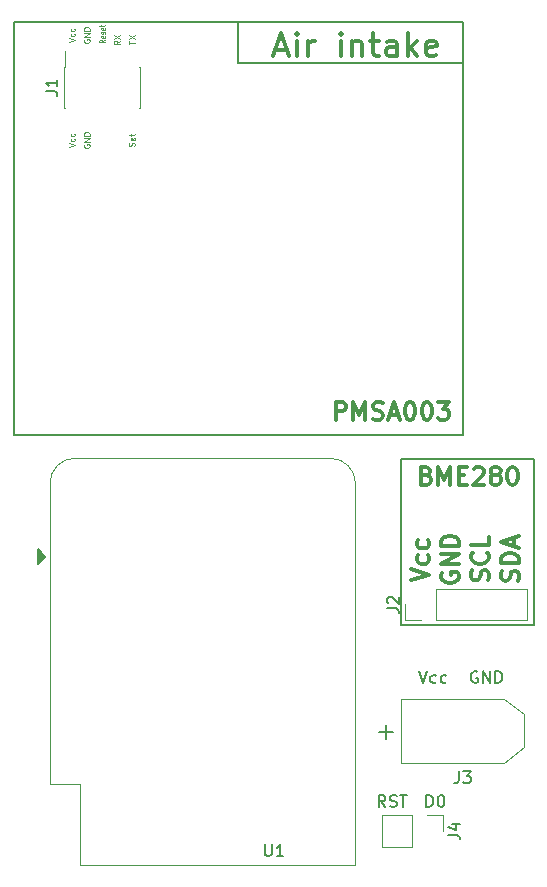
<source format=gbr>
%TF.GenerationSoftware,KiCad,Pcbnew,6.0.6-1.fc36*%
%TF.CreationDate,2022-07-27T02:29:56+02:00*%
%TF.ProjectId,breakout board,62726561-6b6f-4757-9420-626f6172642e,rev?*%
%TF.SameCoordinates,Original*%
%TF.FileFunction,Legend,Top*%
%TF.FilePolarity,Positive*%
%FSLAX46Y46*%
G04 Gerber Fmt 4.6, Leading zero omitted, Abs format (unit mm)*
G04 Created by KiCad (PCBNEW 6.0.6-1.fc36) date 2022-07-27 02:29:56*
%MOMM*%
%LPD*%
G01*
G04 APERTURE LIST*
%ADD10C,0.150000*%
%ADD11C,0.100000*%
%ADD12C,0.300000*%
%ADD13C,0.120000*%
G04 APERTURE END LIST*
D10*
X126452380Y-108452380D02*
X126119047Y-107976190D01*
X125880952Y-108452380D02*
X125880952Y-107452380D01*
X126261904Y-107452380D01*
X126357142Y-107500000D01*
X126404761Y-107547619D01*
X126452380Y-107642857D01*
X126452380Y-107785714D01*
X126404761Y-107880952D01*
X126357142Y-107928571D01*
X126261904Y-107976190D01*
X125880952Y-107976190D01*
X126833333Y-108404761D02*
X126976190Y-108452380D01*
X127214285Y-108452380D01*
X127309523Y-108404761D01*
X127357142Y-108357142D01*
X127404761Y-108261904D01*
X127404761Y-108166666D01*
X127357142Y-108071428D01*
X127309523Y-108023809D01*
X127214285Y-107976190D01*
X127023809Y-107928571D01*
X126928571Y-107880952D01*
X126880952Y-107833333D01*
X126833333Y-107738095D01*
X126833333Y-107642857D01*
X126880952Y-107547619D01*
X126928571Y-107500000D01*
X127023809Y-107452380D01*
X127261904Y-107452380D01*
X127404761Y-107500000D01*
X127690476Y-107452380D02*
X128261904Y-107452380D01*
X127976190Y-108452380D02*
X127976190Y-107452380D01*
X129926904Y-108452380D02*
X129926904Y-107452380D01*
X130165000Y-107452380D01*
X130307857Y-107500000D01*
X130403095Y-107595238D01*
X130450714Y-107690476D01*
X130498333Y-107880952D01*
X130498333Y-108023809D01*
X130450714Y-108214285D01*
X130403095Y-108309523D01*
X130307857Y-108404761D01*
X130165000Y-108452380D01*
X129926904Y-108452380D01*
X131117380Y-107452380D02*
X131212619Y-107452380D01*
X131307857Y-107500000D01*
X131355476Y-107547619D01*
X131403095Y-107642857D01*
X131450714Y-107833333D01*
X131450714Y-108071428D01*
X131403095Y-108261904D01*
X131355476Y-108357142D01*
X131307857Y-108404761D01*
X131212619Y-108452380D01*
X131117380Y-108452380D01*
X131022142Y-108404761D01*
X130974523Y-108357142D01*
X130926904Y-108261904D01*
X130879285Y-108071428D01*
X130879285Y-107833333D01*
X130926904Y-107642857D01*
X130974523Y-107547619D01*
X131022142Y-107500000D01*
X131117380Y-107452380D01*
X134238095Y-97000000D02*
X134142857Y-96952380D01*
X134000000Y-96952380D01*
X133857142Y-97000000D01*
X133761904Y-97095238D01*
X133714285Y-97190476D01*
X133666666Y-97380952D01*
X133666666Y-97523809D01*
X133714285Y-97714285D01*
X133761904Y-97809523D01*
X133857142Y-97904761D01*
X134000000Y-97952380D01*
X134095238Y-97952380D01*
X134238095Y-97904761D01*
X134285714Y-97857142D01*
X134285714Y-97523809D01*
X134095238Y-97523809D01*
X134714285Y-97952380D02*
X134714285Y-96952380D01*
X135285714Y-97952380D01*
X135285714Y-96952380D01*
X135761904Y-97952380D02*
X135761904Y-96952380D01*
X136000000Y-96952380D01*
X136142857Y-97000000D01*
X136238095Y-97095238D01*
X136285714Y-97190476D01*
X136333333Y-97380952D01*
X136333333Y-97523809D01*
X136285714Y-97714285D01*
X136238095Y-97809523D01*
X136142857Y-97904761D01*
X136000000Y-97952380D01*
X135761904Y-97952380D01*
X129309523Y-96952380D02*
X129642857Y-97952380D01*
X129976190Y-96952380D01*
X130738095Y-97904761D02*
X130642857Y-97952380D01*
X130452380Y-97952380D01*
X130357142Y-97904761D01*
X130309523Y-97857142D01*
X130261904Y-97761904D01*
X130261904Y-97476190D01*
X130309523Y-97380952D01*
X130357142Y-97333333D01*
X130452380Y-97285714D01*
X130642857Y-97285714D01*
X130738095Y-97333333D01*
X131595238Y-97904761D02*
X131500000Y-97952380D01*
X131309523Y-97952380D01*
X131214285Y-97904761D01*
X131166666Y-97857142D01*
X131119047Y-97761904D01*
X131119047Y-97476190D01*
X131166666Y-97380952D01*
X131214285Y-97333333D01*
X131309523Y-97285714D01*
X131500000Y-97285714D01*
X131595238Y-97333333D01*
X133000000Y-42000000D02*
X114000000Y-42000000D01*
X114000000Y-42000000D02*
X114000000Y-45500000D01*
X114000000Y-45500000D02*
X133000000Y-45500000D01*
X133000000Y-45500000D02*
X133000000Y-42000000D01*
X127800000Y-93050000D02*
X139000000Y-93050000D01*
X139000000Y-93050000D02*
X139000000Y-79000000D01*
X139000000Y-79000000D02*
X127800000Y-79000000D01*
X127800000Y-79000000D02*
X127800000Y-93050000D01*
X95000000Y-77000000D02*
X133000000Y-77000000D01*
X133000000Y-77000000D02*
X133000000Y-42000000D01*
X133000000Y-42000000D02*
X95000000Y-42000000D01*
X95000000Y-42000000D02*
X95000000Y-77000000D01*
D11*
X105202380Y-52500000D02*
X105226190Y-52428571D01*
X105226190Y-52309523D01*
X105202380Y-52261904D01*
X105178571Y-52238095D01*
X105130952Y-52214285D01*
X105083333Y-52214285D01*
X105035714Y-52238095D01*
X105011904Y-52261904D01*
X104988095Y-52309523D01*
X104964285Y-52404761D01*
X104940476Y-52452380D01*
X104916666Y-52476190D01*
X104869047Y-52500000D01*
X104821428Y-52500000D01*
X104773809Y-52476190D01*
X104750000Y-52452380D01*
X104726190Y-52404761D01*
X104726190Y-52285714D01*
X104750000Y-52214285D01*
X105202380Y-51809523D02*
X105226190Y-51857142D01*
X105226190Y-51952380D01*
X105202380Y-52000000D01*
X105154761Y-52023809D01*
X104964285Y-52023809D01*
X104916666Y-52000000D01*
X104892857Y-51952380D01*
X104892857Y-51857142D01*
X104916666Y-51809523D01*
X104964285Y-51785714D01*
X105011904Y-51785714D01*
X105059523Y-52023809D01*
X104892857Y-51642857D02*
X104892857Y-51452380D01*
X104726190Y-51571428D02*
X105154761Y-51571428D01*
X105202380Y-51547619D01*
X105226190Y-51500000D01*
X105226190Y-51452380D01*
X104726190Y-43880952D02*
X104726190Y-43595238D01*
X105226190Y-43738095D02*
X104726190Y-43738095D01*
X104726190Y-43476190D02*
X105226190Y-43142857D01*
X104726190Y-43142857D02*
X105226190Y-43476190D01*
X102726190Y-43495238D02*
X102488095Y-43628571D01*
X102726190Y-43723809D02*
X102226190Y-43723809D01*
X102226190Y-43571428D01*
X102250000Y-43533333D01*
X102273809Y-43514285D01*
X102321428Y-43495238D01*
X102392857Y-43495238D01*
X102440476Y-43514285D01*
X102464285Y-43533333D01*
X102488095Y-43571428D01*
X102488095Y-43723809D01*
X102702380Y-43171428D02*
X102726190Y-43209523D01*
X102726190Y-43285714D01*
X102702380Y-43323809D01*
X102654761Y-43342857D01*
X102464285Y-43342857D01*
X102416666Y-43323809D01*
X102392857Y-43285714D01*
X102392857Y-43209523D01*
X102416666Y-43171428D01*
X102464285Y-43152380D01*
X102511904Y-43152380D01*
X102559523Y-43342857D01*
X102702380Y-43000000D02*
X102726190Y-42961904D01*
X102726190Y-42885714D01*
X102702380Y-42847619D01*
X102654761Y-42828571D01*
X102630952Y-42828571D01*
X102583333Y-42847619D01*
X102559523Y-42885714D01*
X102559523Y-42942857D01*
X102535714Y-42980952D01*
X102488095Y-43000000D01*
X102464285Y-43000000D01*
X102416666Y-42980952D01*
X102392857Y-42942857D01*
X102392857Y-42885714D01*
X102416666Y-42847619D01*
X102702380Y-42504761D02*
X102726190Y-42542857D01*
X102726190Y-42619047D01*
X102702380Y-42657142D01*
X102654761Y-42676190D01*
X102464285Y-42676190D01*
X102416666Y-42657142D01*
X102392857Y-42619047D01*
X102392857Y-42542857D01*
X102416666Y-42504761D01*
X102464285Y-42485714D01*
X102511904Y-42485714D01*
X102559523Y-42676190D01*
X102392857Y-42371428D02*
X102392857Y-42219047D01*
X102226190Y-42314285D02*
X102654761Y-42314285D01*
X102702380Y-42295238D01*
X102726190Y-42257142D01*
X102726190Y-42219047D01*
X103956190Y-43583333D02*
X103718095Y-43750000D01*
X103956190Y-43869047D02*
X103456190Y-43869047D01*
X103456190Y-43678571D01*
X103480000Y-43630952D01*
X103503809Y-43607142D01*
X103551428Y-43583333D01*
X103622857Y-43583333D01*
X103670476Y-43607142D01*
X103694285Y-43630952D01*
X103718095Y-43678571D01*
X103718095Y-43869047D01*
X103456190Y-43416666D02*
X103956190Y-43083333D01*
X103456190Y-43083333D02*
X103956190Y-43416666D01*
D12*
X137687142Y-89321428D02*
X137758571Y-89107142D01*
X137758571Y-88750000D01*
X137687142Y-88607142D01*
X137615714Y-88535714D01*
X137472857Y-88464285D01*
X137330000Y-88464285D01*
X137187142Y-88535714D01*
X137115714Y-88607142D01*
X137044285Y-88750000D01*
X136972857Y-89035714D01*
X136901428Y-89178571D01*
X136830000Y-89250000D01*
X136687142Y-89321428D01*
X136544285Y-89321428D01*
X136401428Y-89250000D01*
X136330000Y-89178571D01*
X136258571Y-89035714D01*
X136258571Y-88678571D01*
X136330000Y-88464285D01*
X137758571Y-87821428D02*
X136258571Y-87821428D01*
X136258571Y-87464285D01*
X136330000Y-87250000D01*
X136472857Y-87107142D01*
X136615714Y-87035714D01*
X136901428Y-86964285D01*
X137115714Y-86964285D01*
X137401428Y-87035714D01*
X137544285Y-87107142D01*
X137687142Y-87250000D01*
X137758571Y-87464285D01*
X137758571Y-87821428D01*
X137330000Y-86392857D02*
X137330000Y-85678571D01*
X137758571Y-86535714D02*
X136258571Y-86035714D01*
X137758571Y-85535714D01*
X135147142Y-89285714D02*
X135218571Y-89071428D01*
X135218571Y-88714285D01*
X135147142Y-88571428D01*
X135075714Y-88500000D01*
X134932857Y-88428571D01*
X134790000Y-88428571D01*
X134647142Y-88500000D01*
X134575714Y-88571428D01*
X134504285Y-88714285D01*
X134432857Y-89000000D01*
X134361428Y-89142857D01*
X134290000Y-89214285D01*
X134147142Y-89285714D01*
X134004285Y-89285714D01*
X133861428Y-89214285D01*
X133790000Y-89142857D01*
X133718571Y-89000000D01*
X133718571Y-88642857D01*
X133790000Y-88428571D01*
X135075714Y-86928571D02*
X135147142Y-87000000D01*
X135218571Y-87214285D01*
X135218571Y-87357142D01*
X135147142Y-87571428D01*
X135004285Y-87714285D01*
X134861428Y-87785714D01*
X134575714Y-87857142D01*
X134361428Y-87857142D01*
X134075714Y-87785714D01*
X133932857Y-87714285D01*
X133790000Y-87571428D01*
X133718571Y-87357142D01*
X133718571Y-87214285D01*
X133790000Y-87000000D01*
X133861428Y-86928571D01*
X135218571Y-85571428D02*
X135218571Y-86285714D01*
X133718571Y-86285714D01*
X122250000Y-75678571D02*
X122250000Y-74178571D01*
X122821428Y-74178571D01*
X122964285Y-74250000D01*
X123035714Y-74321428D01*
X123107142Y-74464285D01*
X123107142Y-74678571D01*
X123035714Y-74821428D01*
X122964285Y-74892857D01*
X122821428Y-74964285D01*
X122250000Y-74964285D01*
X123750000Y-75678571D02*
X123750000Y-74178571D01*
X124250000Y-75250000D01*
X124750000Y-74178571D01*
X124750000Y-75678571D01*
X125392857Y-75607142D02*
X125607142Y-75678571D01*
X125964285Y-75678571D01*
X126107142Y-75607142D01*
X126178571Y-75535714D01*
X126250000Y-75392857D01*
X126250000Y-75250000D01*
X126178571Y-75107142D01*
X126107142Y-75035714D01*
X125964285Y-74964285D01*
X125678571Y-74892857D01*
X125535714Y-74821428D01*
X125464285Y-74750000D01*
X125392857Y-74607142D01*
X125392857Y-74464285D01*
X125464285Y-74321428D01*
X125535714Y-74250000D01*
X125678571Y-74178571D01*
X126035714Y-74178571D01*
X126250000Y-74250000D01*
X126821428Y-75250000D02*
X127535714Y-75250000D01*
X126678571Y-75678571D02*
X127178571Y-74178571D01*
X127678571Y-75678571D01*
X128464285Y-74178571D02*
X128607142Y-74178571D01*
X128750000Y-74250000D01*
X128821428Y-74321428D01*
X128892857Y-74464285D01*
X128964285Y-74750000D01*
X128964285Y-75107142D01*
X128892857Y-75392857D01*
X128821428Y-75535714D01*
X128750000Y-75607142D01*
X128607142Y-75678571D01*
X128464285Y-75678571D01*
X128321428Y-75607142D01*
X128250000Y-75535714D01*
X128178571Y-75392857D01*
X128107142Y-75107142D01*
X128107142Y-74750000D01*
X128178571Y-74464285D01*
X128250000Y-74321428D01*
X128321428Y-74250000D01*
X128464285Y-74178571D01*
X129892857Y-74178571D02*
X130035714Y-74178571D01*
X130178571Y-74250000D01*
X130250000Y-74321428D01*
X130321428Y-74464285D01*
X130392857Y-74750000D01*
X130392857Y-75107142D01*
X130321428Y-75392857D01*
X130250000Y-75535714D01*
X130178571Y-75607142D01*
X130035714Y-75678571D01*
X129892857Y-75678571D01*
X129750000Y-75607142D01*
X129678571Y-75535714D01*
X129607142Y-75392857D01*
X129535714Y-75107142D01*
X129535714Y-74750000D01*
X129607142Y-74464285D01*
X129678571Y-74321428D01*
X129750000Y-74250000D01*
X129892857Y-74178571D01*
X130892857Y-74178571D02*
X131821428Y-74178571D01*
X131321428Y-74750000D01*
X131535714Y-74750000D01*
X131678571Y-74821428D01*
X131750000Y-74892857D01*
X131821428Y-75035714D01*
X131821428Y-75392857D01*
X131750000Y-75535714D01*
X131678571Y-75607142D01*
X131535714Y-75678571D01*
X131107142Y-75678571D01*
X130964285Y-75607142D01*
X130892857Y-75535714D01*
X128638571Y-89285714D02*
X130138571Y-88785714D01*
X128638571Y-88285714D01*
X130067142Y-87142857D02*
X130138571Y-87285714D01*
X130138571Y-87571428D01*
X130067142Y-87714285D01*
X129995714Y-87785714D01*
X129852857Y-87857142D01*
X129424285Y-87857142D01*
X129281428Y-87785714D01*
X129210000Y-87714285D01*
X129138571Y-87571428D01*
X129138571Y-87285714D01*
X129210000Y-87142857D01*
X130067142Y-85857142D02*
X130138571Y-86000000D01*
X130138571Y-86285714D01*
X130067142Y-86428571D01*
X129995714Y-86500000D01*
X129852857Y-86571428D01*
X129424285Y-86571428D01*
X129281428Y-86500000D01*
X129210000Y-86428571D01*
X129138571Y-86285714D01*
X129138571Y-86000000D01*
X129210000Y-85857142D01*
D11*
X100940000Y-43485952D02*
X100916190Y-43533571D01*
X100916190Y-43605000D01*
X100940000Y-43676428D01*
X100987619Y-43724047D01*
X101035238Y-43747857D01*
X101130476Y-43771666D01*
X101201904Y-43771666D01*
X101297142Y-43747857D01*
X101344761Y-43724047D01*
X101392380Y-43676428D01*
X101416190Y-43605000D01*
X101416190Y-43557380D01*
X101392380Y-43485952D01*
X101368571Y-43462142D01*
X101201904Y-43462142D01*
X101201904Y-43557380D01*
X101416190Y-43247857D02*
X100916190Y-43247857D01*
X101416190Y-42962142D01*
X100916190Y-42962142D01*
X101416190Y-42724047D02*
X100916190Y-42724047D01*
X100916190Y-42605000D01*
X100940000Y-42533571D01*
X100987619Y-42485952D01*
X101035238Y-42462142D01*
X101130476Y-42438333D01*
X101201904Y-42438333D01*
X101297142Y-42462142D01*
X101344761Y-42485952D01*
X101392380Y-42533571D01*
X101416190Y-42605000D01*
X101416190Y-42724047D01*
X99646190Y-52590238D02*
X100146190Y-52423571D01*
X99646190Y-52256904D01*
X100122380Y-51875952D02*
X100146190Y-51923571D01*
X100146190Y-52018809D01*
X100122380Y-52066428D01*
X100098571Y-52090238D01*
X100050952Y-52114047D01*
X99908095Y-52114047D01*
X99860476Y-52090238D01*
X99836666Y-52066428D01*
X99812857Y-52018809D01*
X99812857Y-51923571D01*
X99836666Y-51875952D01*
X100122380Y-51447380D02*
X100146190Y-51495000D01*
X100146190Y-51590238D01*
X100122380Y-51637857D01*
X100098571Y-51661666D01*
X100050952Y-51685476D01*
X99908095Y-51685476D01*
X99860476Y-51661666D01*
X99836666Y-51637857D01*
X99812857Y-51590238D01*
X99812857Y-51495000D01*
X99836666Y-51447380D01*
D12*
X117142857Y-44333333D02*
X118095238Y-44333333D01*
X116952380Y-44904761D02*
X117619047Y-42904761D01*
X118285714Y-44904761D01*
X118952380Y-44904761D02*
X118952380Y-43571428D01*
X118952380Y-42904761D02*
X118857142Y-43000000D01*
X118952380Y-43095238D01*
X119047619Y-43000000D01*
X118952380Y-42904761D01*
X118952380Y-43095238D01*
X119904761Y-44904761D02*
X119904761Y-43571428D01*
X119904761Y-43952380D02*
X120000000Y-43761904D01*
X120095238Y-43666666D01*
X120285714Y-43571428D01*
X120476190Y-43571428D01*
X122666666Y-44904761D02*
X122666666Y-43571428D01*
X122666666Y-42904761D02*
X122571428Y-43000000D01*
X122666666Y-43095238D01*
X122761904Y-43000000D01*
X122666666Y-42904761D01*
X122666666Y-43095238D01*
X123619047Y-43571428D02*
X123619047Y-44904761D01*
X123619047Y-43761904D02*
X123714285Y-43666666D01*
X123904761Y-43571428D01*
X124190476Y-43571428D01*
X124380952Y-43666666D01*
X124476190Y-43857142D01*
X124476190Y-44904761D01*
X125142857Y-43571428D02*
X125904761Y-43571428D01*
X125428571Y-42904761D02*
X125428571Y-44619047D01*
X125523809Y-44809523D01*
X125714285Y-44904761D01*
X125904761Y-44904761D01*
X127428571Y-44904761D02*
X127428571Y-43857142D01*
X127333333Y-43666666D01*
X127142857Y-43571428D01*
X126761904Y-43571428D01*
X126571428Y-43666666D01*
X127428571Y-44809523D02*
X127238095Y-44904761D01*
X126761904Y-44904761D01*
X126571428Y-44809523D01*
X126476190Y-44619047D01*
X126476190Y-44428571D01*
X126571428Y-44238095D01*
X126761904Y-44142857D01*
X127238095Y-44142857D01*
X127428571Y-44047619D01*
X128380952Y-44904761D02*
X128380952Y-42904761D01*
X128571428Y-44142857D02*
X129142857Y-44904761D01*
X129142857Y-43571428D02*
X128380952Y-44333333D01*
X130761904Y-44809523D02*
X130571428Y-44904761D01*
X130190476Y-44904761D01*
X130000000Y-44809523D01*
X129904761Y-44619047D01*
X129904761Y-43857142D01*
X130000000Y-43666666D01*
X130190476Y-43571428D01*
X130571428Y-43571428D01*
X130761904Y-43666666D01*
X130857142Y-43857142D01*
X130857142Y-44047619D01*
X129904761Y-44238095D01*
D11*
X99646190Y-43700238D02*
X100146190Y-43533571D01*
X99646190Y-43366904D01*
X100122380Y-42985952D02*
X100146190Y-43033571D01*
X100146190Y-43128809D01*
X100122380Y-43176428D01*
X100098571Y-43200238D01*
X100050952Y-43224047D01*
X99908095Y-43224047D01*
X99860476Y-43200238D01*
X99836666Y-43176428D01*
X99812857Y-43128809D01*
X99812857Y-43033571D01*
X99836666Y-42985952D01*
X100122380Y-42557380D02*
X100146190Y-42605000D01*
X100146190Y-42700238D01*
X100122380Y-42747857D01*
X100098571Y-42771666D01*
X100050952Y-42795476D01*
X99908095Y-42795476D01*
X99860476Y-42771666D01*
X99836666Y-42747857D01*
X99812857Y-42700238D01*
X99812857Y-42605000D01*
X99836666Y-42557380D01*
D12*
X131250000Y-88642857D02*
X131178571Y-88785714D01*
X131178571Y-89000000D01*
X131250000Y-89214285D01*
X131392857Y-89357142D01*
X131535714Y-89428571D01*
X131821428Y-89500000D01*
X132035714Y-89500000D01*
X132321428Y-89428571D01*
X132464285Y-89357142D01*
X132607142Y-89214285D01*
X132678571Y-89000000D01*
X132678571Y-88857142D01*
X132607142Y-88642857D01*
X132535714Y-88571428D01*
X132035714Y-88571428D01*
X132035714Y-88857142D01*
X132678571Y-87928571D02*
X131178571Y-87928571D01*
X132678571Y-87071428D01*
X131178571Y-87071428D01*
X132678571Y-86357142D02*
X131178571Y-86357142D01*
X131178571Y-86000000D01*
X131250000Y-85785714D01*
X131392857Y-85642857D01*
X131535714Y-85571428D01*
X131821428Y-85500000D01*
X132035714Y-85500000D01*
X132321428Y-85571428D01*
X132464285Y-85642857D01*
X132607142Y-85785714D01*
X132678571Y-86000000D01*
X132678571Y-86357142D01*
X129928571Y-80392857D02*
X130142857Y-80464285D01*
X130214285Y-80535714D01*
X130285714Y-80678571D01*
X130285714Y-80892857D01*
X130214285Y-81035714D01*
X130142857Y-81107142D01*
X130000000Y-81178571D01*
X129428571Y-81178571D01*
X129428571Y-79678571D01*
X129928571Y-79678571D01*
X130071428Y-79750000D01*
X130142857Y-79821428D01*
X130214285Y-79964285D01*
X130214285Y-80107142D01*
X130142857Y-80250000D01*
X130071428Y-80321428D01*
X129928571Y-80392857D01*
X129428571Y-80392857D01*
X130928571Y-81178571D02*
X130928571Y-79678571D01*
X131428571Y-80750000D01*
X131928571Y-79678571D01*
X131928571Y-81178571D01*
X132642857Y-80392857D02*
X133142857Y-80392857D01*
X133357142Y-81178571D02*
X132642857Y-81178571D01*
X132642857Y-79678571D01*
X133357142Y-79678571D01*
X133928571Y-79821428D02*
X134000000Y-79750000D01*
X134142857Y-79678571D01*
X134500000Y-79678571D01*
X134642857Y-79750000D01*
X134714285Y-79821428D01*
X134785714Y-79964285D01*
X134785714Y-80107142D01*
X134714285Y-80321428D01*
X133857142Y-81178571D01*
X134785714Y-81178571D01*
X135642857Y-80321428D02*
X135500000Y-80250000D01*
X135428571Y-80178571D01*
X135357142Y-80035714D01*
X135357142Y-79964285D01*
X135428571Y-79821428D01*
X135500000Y-79750000D01*
X135642857Y-79678571D01*
X135928571Y-79678571D01*
X136071428Y-79750000D01*
X136142857Y-79821428D01*
X136214285Y-79964285D01*
X136214285Y-80035714D01*
X136142857Y-80178571D01*
X136071428Y-80250000D01*
X135928571Y-80321428D01*
X135642857Y-80321428D01*
X135500000Y-80392857D01*
X135428571Y-80464285D01*
X135357142Y-80607142D01*
X135357142Y-80892857D01*
X135428571Y-81035714D01*
X135500000Y-81107142D01*
X135642857Y-81178571D01*
X135928571Y-81178571D01*
X136071428Y-81107142D01*
X136142857Y-81035714D01*
X136214285Y-80892857D01*
X136214285Y-80607142D01*
X136142857Y-80464285D01*
X136071428Y-80392857D01*
X135928571Y-80321428D01*
X137142857Y-79678571D02*
X137285714Y-79678571D01*
X137428571Y-79750000D01*
X137500000Y-79821428D01*
X137571428Y-79964285D01*
X137642857Y-80250000D01*
X137642857Y-80607142D01*
X137571428Y-80892857D01*
X137500000Y-81035714D01*
X137428571Y-81107142D01*
X137285714Y-81178571D01*
X137142857Y-81178571D01*
X137000000Y-81107142D01*
X136928571Y-81035714D01*
X136857142Y-80892857D01*
X136785714Y-80607142D01*
X136785714Y-80250000D01*
X136857142Y-79964285D01*
X136928571Y-79821428D01*
X137000000Y-79750000D01*
X137142857Y-79678571D01*
D11*
X100940000Y-52375952D02*
X100916190Y-52423571D01*
X100916190Y-52495000D01*
X100940000Y-52566428D01*
X100987619Y-52614047D01*
X101035238Y-52637857D01*
X101130476Y-52661666D01*
X101201904Y-52661666D01*
X101297142Y-52637857D01*
X101344761Y-52614047D01*
X101392380Y-52566428D01*
X101416190Y-52495000D01*
X101416190Y-52447380D01*
X101392380Y-52375952D01*
X101368571Y-52352142D01*
X101201904Y-52352142D01*
X101201904Y-52447380D01*
X101416190Y-52137857D02*
X100916190Y-52137857D01*
X101416190Y-51852142D01*
X100916190Y-51852142D01*
X101416190Y-51614047D02*
X100916190Y-51614047D01*
X100916190Y-51495000D01*
X100940000Y-51423571D01*
X100987619Y-51375952D01*
X101035238Y-51352142D01*
X101130476Y-51328333D01*
X101201904Y-51328333D01*
X101297142Y-51352142D01*
X101344761Y-51375952D01*
X101392380Y-51423571D01*
X101416190Y-51495000D01*
X101416190Y-51614047D01*
D10*
%TO.C,J2*%
X126592380Y-91643333D02*
X127306666Y-91643333D01*
X127449523Y-91690952D01*
X127544761Y-91786190D01*
X127592380Y-91929047D01*
X127592380Y-92024285D01*
X126687619Y-91214761D02*
X126640000Y-91167142D01*
X126592380Y-91071904D01*
X126592380Y-90833809D01*
X126640000Y-90738571D01*
X126687619Y-90690952D01*
X126782857Y-90643333D01*
X126878095Y-90643333D01*
X127020952Y-90690952D01*
X127592380Y-91262380D01*
X127592380Y-90643333D01*
%TO.C,U1*%
X116238095Y-111612380D02*
X116238095Y-112421904D01*
X116285714Y-112517142D01*
X116333333Y-112564761D01*
X116428571Y-112612380D01*
X116619047Y-112612380D01*
X116714285Y-112564761D01*
X116761904Y-112517142D01*
X116809523Y-112421904D01*
X116809523Y-111612380D01*
X117809523Y-112612380D02*
X117238095Y-112612380D01*
X117523809Y-112612380D02*
X117523809Y-111612380D01*
X117428571Y-111755238D01*
X117333333Y-111850476D01*
X117238095Y-111898095D01*
%TO.C,J4*%
X131782380Y-110833333D02*
X132496666Y-110833333D01*
X132639523Y-110880952D01*
X132734761Y-110976190D01*
X132782380Y-111119047D01*
X132782380Y-111214285D01*
X132115714Y-109928571D02*
X132782380Y-109928571D01*
X131734761Y-110166666D02*
X132449047Y-110404761D01*
X132449047Y-109785714D01*
%TO.C,J3*%
X132666666Y-105452380D02*
X132666666Y-106166666D01*
X132619047Y-106309523D01*
X132523809Y-106404761D01*
X132380952Y-106452380D01*
X132285714Y-106452380D01*
X133047619Y-105452380D02*
X133666666Y-105452380D01*
X133333333Y-105833333D01*
X133476190Y-105833333D01*
X133571428Y-105880952D01*
X133619047Y-105928571D01*
X133666666Y-106023809D01*
X133666666Y-106261904D01*
X133619047Y-106357142D01*
X133571428Y-106404761D01*
X133476190Y-106452380D01*
X133190476Y-106452380D01*
X133095238Y-106404761D01*
X133047619Y-106357142D01*
X125928571Y-102107142D02*
X127071428Y-102107142D01*
X126500000Y-102678571D02*
X126500000Y-101535714D01*
%TO.C,J1*%
X97677380Y-47883333D02*
X98391666Y-47883333D01*
X98534523Y-47930952D01*
X98629761Y-48026190D01*
X98677380Y-48169047D01*
X98677380Y-48264285D01*
X98677380Y-46883333D02*
X98677380Y-47454761D01*
X98677380Y-47169047D02*
X97677380Y-47169047D01*
X97820238Y-47264285D01*
X97915476Y-47359523D01*
X97963095Y-47454761D01*
D13*
%TO.C,J2*%
X128140000Y-92640000D02*
X128140000Y-91310000D01*
X138420000Y-92640000D02*
X138420000Y-89980000D01*
X130740000Y-92640000D02*
X130740000Y-89980000D01*
X129470000Y-92640000D02*
X128140000Y-92640000D01*
X130740000Y-89980000D02*
X138420000Y-89980000D01*
X130740000Y-92640000D02*
X138420000Y-92640000D01*
%TO.C,U1*%
X100595000Y-106490000D02*
X100595000Y-113390000D01*
X100595000Y-113390000D02*
X123915000Y-113390000D01*
X121795000Y-78930000D02*
X100185000Y-78930000D01*
X98055000Y-106490000D02*
X98055000Y-81060000D01*
X123915000Y-113390000D02*
X123915000Y-81060000D01*
X98055000Y-106490000D02*
X100595000Y-106490000D01*
X100185000Y-78930000D02*
G75*
G03*
X98055000Y-81060000I2J-2130002D01*
G01*
X123915000Y-81060000D02*
G75*
G03*
X121785000Y-78930000I-2130000J0D01*
G01*
G36*
X97650000Y-87270000D02*
G01*
X97015000Y-87905000D01*
X97015000Y-86635000D01*
X97650000Y-87270000D01*
G37*
D10*
X97650000Y-87270000D02*
X97015000Y-87905000D01*
X97015000Y-86635000D01*
X97650000Y-87270000D01*
D13*
%TO.C,J4*%
X130000000Y-109170000D02*
X131330000Y-109170000D01*
X126130000Y-109170000D02*
X126130000Y-111830000D01*
X128730000Y-109170000D02*
X126130000Y-109170000D01*
X128730000Y-109170000D02*
X128730000Y-111830000D01*
X131330000Y-109170000D02*
X131330000Y-110500000D01*
X128730000Y-111830000D02*
X126130000Y-111830000D01*
%TO.C,J3*%
X138210000Y-103410000D02*
X136510000Y-104710000D01*
X138210000Y-100590000D02*
X136510000Y-99290000D01*
X138210000Y-103410000D02*
X138210000Y-100590000D01*
X127790000Y-104710000D02*
X127790000Y-99290000D01*
X136510000Y-99290000D02*
X127790000Y-99290000D01*
X136510000Y-104710000D02*
X127790000Y-104710000D01*
%TO.C,J1*%
X105630000Y-49315000D02*
X105695000Y-49315000D01*
X105630000Y-45785000D02*
X105695000Y-45785000D01*
X99225000Y-49315000D02*
X99290000Y-49315000D01*
X99225000Y-45785000D02*
X99290000Y-45785000D01*
X99225000Y-45785000D02*
X99225000Y-49315000D01*
X99290000Y-44460000D02*
X99290000Y-45785000D01*
X105695000Y-45785000D02*
X105695000Y-49315000D01*
%TD*%
M02*

</source>
